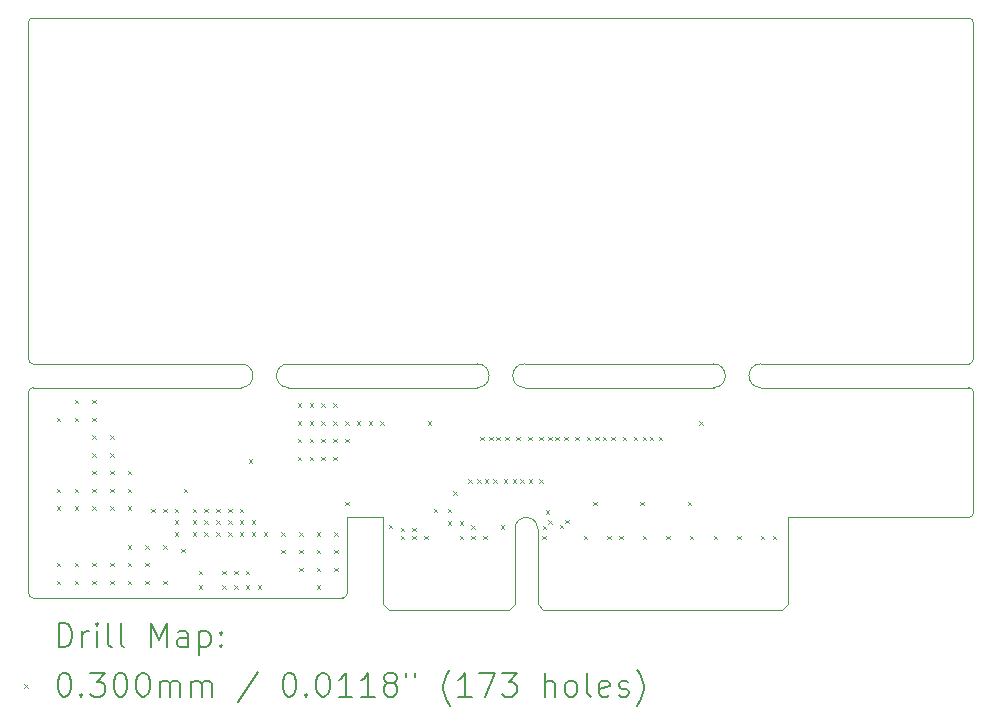
<source format=gbr>
%TF.GenerationSoftware,KiCad,Pcbnew,7.0.10*%
%TF.CreationDate,2024-02-13T00:03:24+00:00*%
%TF.ProjectId,WYSE_5070_Riser,57595345-5f35-4303-9730-5f5269736572,rev?*%
%TF.SameCoordinates,Original*%
%TF.FileFunction,Drillmap*%
%TF.FilePolarity,Positive*%
%FSLAX45Y45*%
G04 Gerber Fmt 4.5, Leading zero omitted, Abs format (unit mm)*
G04 Created by KiCad (PCBNEW 7.0.10) date 2024-02-13 00:03:24*
%MOMM*%
%LPD*%
G01*
G04 APERTURE LIST*
%ADD10C,0.100000*%
%ADD11C,0.200000*%
G04 APERTURE END LIST*
D10*
X14445000Y-4500000D02*
G75*
G03*
X14405000Y-4460000I-40000J0D01*
G01*
X14445000Y-4500000D02*
X14445000Y-5520000D01*
X6485000Y-4260000D02*
X8245000Y-4260000D01*
X6445000Y-6200000D02*
X6445000Y-4500000D01*
X12245000Y-4460000D02*
G75*
G03*
X12245000Y-4260000I0J100000D01*
G01*
X10645000Y-4460000D02*
X12245000Y-4460000D01*
X9145000Y-5560000D02*
X9145000Y-6200000D01*
X10645000Y-4260000D02*
X12245000Y-4260000D01*
X14405000Y-5560000D02*
G75*
G03*
X14445000Y-5520000I0J40000D01*
G01*
X12645000Y-4260000D02*
G75*
G03*
X12645000Y-4460000I0J-100000D01*
G01*
X12645000Y-4260000D02*
X14405000Y-4260000D01*
X14445000Y-1370000D02*
G75*
G03*
X14405000Y-1330000I-40000J0D01*
G01*
X6445000Y-6200000D02*
G75*
G03*
X6485000Y-6240000I40000J0D01*
G01*
X8245000Y-4460000D02*
G75*
G03*
X8245000Y-4260000I0J100000D01*
G01*
X6485000Y-1330000D02*
G75*
G03*
X6445000Y-1370000I0J-40000D01*
G01*
X14445000Y-4220000D02*
X14445000Y-1370000D01*
X6445000Y-4220000D02*
X6445000Y-1370000D01*
X8645000Y-4260000D02*
X10245000Y-4260000D01*
X12875000Y-5560000D02*
X14405000Y-5560000D01*
X12645000Y-4460000D02*
X14405000Y-4460000D01*
X14405000Y-4260000D02*
G75*
G03*
X14445000Y-4220000I0J40000D01*
G01*
X10245000Y-4460000D02*
G75*
G03*
X10245000Y-4260000I0J100000D01*
G01*
X8645000Y-4260000D02*
G75*
G03*
X8645000Y-4460000I0J-100000D01*
G01*
X6485000Y-4460000D02*
G75*
G03*
X6445000Y-4500000I0J-40000D01*
G01*
X9105000Y-6240000D02*
G75*
G03*
X9145000Y-6200000I0J40000D01*
G01*
X9445000Y-5560000D02*
X9145000Y-5560000D01*
X10645000Y-4260000D02*
G75*
G03*
X10645000Y-4460000I0J-100000D01*
G01*
X6485000Y-4460000D02*
X8245000Y-4460000D01*
X8645000Y-4460000D02*
X10245000Y-4460000D01*
X6445000Y-4220000D02*
G75*
G03*
X6485000Y-4260000I40000J0D01*
G01*
X9105000Y-6240000D02*
X6485000Y-6240000D01*
X14405000Y-1330000D02*
X6485000Y-1330000D01*
X9445000Y-5560000D02*
X9445000Y-6290000D01*
X9445000Y-6290000D02*
X9495000Y-6340000D01*
X9495000Y-6340000D02*
X10515000Y-6340000D01*
X10565000Y-5655000D02*
X10565000Y-6290000D01*
X10565000Y-6290000D02*
X10515000Y-6340000D01*
X10755000Y-5655000D02*
X10755000Y-6290000D01*
X10755000Y-6290000D02*
X10805000Y-6340000D01*
X10805000Y-6340000D02*
X12825000Y-6340000D01*
X12875000Y-5560000D02*
X12875000Y-6290000D01*
X12875000Y-6290000D02*
X12825000Y-6340000D01*
X10755000Y-5655000D02*
G75*
G03*
X10565000Y-5655000I-95000J0D01*
G01*
D11*
D10*
X6685000Y-4715000D02*
X6715000Y-4745000D01*
X6715000Y-4715000D02*
X6685000Y-4745000D01*
X6685000Y-5315000D02*
X6715000Y-5345000D01*
X6715000Y-5315000D02*
X6685000Y-5345000D01*
X6685000Y-5465000D02*
X6715000Y-5495000D01*
X6715000Y-5465000D02*
X6685000Y-5495000D01*
X6685000Y-5945000D02*
X6715000Y-5975000D01*
X6715000Y-5945000D02*
X6685000Y-5975000D01*
X6685000Y-6095000D02*
X6715000Y-6125000D01*
X6715000Y-6095000D02*
X6685000Y-6125000D01*
X6835000Y-4565000D02*
X6865000Y-4595000D01*
X6865000Y-4565000D02*
X6835000Y-4595000D01*
X6835000Y-4715000D02*
X6865000Y-4745000D01*
X6865000Y-4715000D02*
X6835000Y-4745000D01*
X6835000Y-5315000D02*
X6865000Y-5345000D01*
X6865000Y-5315000D02*
X6835000Y-5345000D01*
X6835000Y-5465000D02*
X6865000Y-5495000D01*
X6865000Y-5465000D02*
X6835000Y-5495000D01*
X6835000Y-5945000D02*
X6865000Y-5975000D01*
X6865000Y-5945000D02*
X6835000Y-5975000D01*
X6835000Y-6095000D02*
X6865000Y-6125000D01*
X6865000Y-6095000D02*
X6835000Y-6125000D01*
X6985000Y-4565000D02*
X7015000Y-4595000D01*
X7015000Y-4565000D02*
X6985000Y-4595000D01*
X6985000Y-4715000D02*
X7015000Y-4745000D01*
X7015000Y-4715000D02*
X6985000Y-4745000D01*
X6985000Y-4865000D02*
X7015000Y-4895000D01*
X7015000Y-4865000D02*
X6985000Y-4895000D01*
X6985000Y-5015000D02*
X7015000Y-5045000D01*
X7015000Y-5015000D02*
X6985000Y-5045000D01*
X6985000Y-5165000D02*
X7015000Y-5195000D01*
X7015000Y-5165000D02*
X6985000Y-5195000D01*
X6985000Y-5315000D02*
X7015000Y-5345000D01*
X7015000Y-5315000D02*
X6985000Y-5345000D01*
X6985000Y-5465000D02*
X7015000Y-5495000D01*
X7015000Y-5465000D02*
X6985000Y-5495000D01*
X6985000Y-5945000D02*
X7015000Y-5975000D01*
X7015000Y-5945000D02*
X6985000Y-5975000D01*
X6985000Y-6095000D02*
X7015000Y-6125000D01*
X7015000Y-6095000D02*
X6985000Y-6125000D01*
X7135000Y-4865000D02*
X7165000Y-4895000D01*
X7165000Y-4865000D02*
X7135000Y-4895000D01*
X7135000Y-5015000D02*
X7165000Y-5045000D01*
X7165000Y-5015000D02*
X7135000Y-5045000D01*
X7135000Y-5165000D02*
X7165000Y-5195000D01*
X7165000Y-5165000D02*
X7135000Y-5195000D01*
X7135000Y-5315000D02*
X7165000Y-5345000D01*
X7165000Y-5315000D02*
X7135000Y-5345000D01*
X7135000Y-5465000D02*
X7165000Y-5495000D01*
X7165000Y-5465000D02*
X7135000Y-5495000D01*
X7135000Y-5945000D02*
X7165000Y-5975000D01*
X7165000Y-5945000D02*
X7135000Y-5975000D01*
X7135000Y-6095000D02*
X7165000Y-6125000D01*
X7165000Y-6095000D02*
X7135000Y-6125000D01*
X7285000Y-5165000D02*
X7315000Y-5195000D01*
X7315000Y-5165000D02*
X7285000Y-5195000D01*
X7285000Y-5315000D02*
X7315000Y-5345000D01*
X7315000Y-5315000D02*
X7285000Y-5345000D01*
X7285000Y-5465000D02*
X7315000Y-5495000D01*
X7315000Y-5465000D02*
X7285000Y-5495000D01*
X7285000Y-5795000D02*
X7315000Y-5825000D01*
X7315000Y-5795000D02*
X7285000Y-5825000D01*
X7285000Y-5945000D02*
X7315000Y-5975000D01*
X7315000Y-5945000D02*
X7285000Y-5975000D01*
X7285000Y-6095000D02*
X7315000Y-6125000D01*
X7315000Y-6095000D02*
X7285000Y-6125000D01*
X7435000Y-5795000D02*
X7465000Y-5825000D01*
X7465000Y-5795000D02*
X7435000Y-5825000D01*
X7435000Y-5945000D02*
X7465000Y-5975000D01*
X7465000Y-5945000D02*
X7435000Y-5975000D01*
X7435000Y-6095000D02*
X7465000Y-6125000D01*
X7465000Y-6095000D02*
X7435000Y-6125000D01*
X7485000Y-5485000D02*
X7515000Y-5515000D01*
X7515000Y-5485000D02*
X7485000Y-5515000D01*
X7585000Y-5485000D02*
X7615000Y-5515000D01*
X7615000Y-5485000D02*
X7585000Y-5515000D01*
X7585000Y-5795000D02*
X7615000Y-5825000D01*
X7615000Y-5795000D02*
X7585000Y-5825000D01*
X7585000Y-6095000D02*
X7615000Y-6125000D01*
X7615000Y-6095000D02*
X7585000Y-6125000D01*
X7685000Y-5485000D02*
X7715000Y-5515000D01*
X7715000Y-5485000D02*
X7685000Y-5515000D01*
X7685000Y-5585000D02*
X7715000Y-5615000D01*
X7715000Y-5585000D02*
X7685000Y-5615000D01*
X7685000Y-5685000D02*
X7715000Y-5715000D01*
X7715000Y-5685000D02*
X7685000Y-5715000D01*
X7740000Y-5825000D02*
X7770000Y-5855000D01*
X7770000Y-5825000D02*
X7740000Y-5855000D01*
X7760000Y-5315000D02*
X7790000Y-5345000D01*
X7790000Y-5315000D02*
X7760000Y-5345000D01*
X7835000Y-5485000D02*
X7865000Y-5515000D01*
X7865000Y-5485000D02*
X7835000Y-5515000D01*
X7835000Y-5585000D02*
X7865000Y-5615000D01*
X7865000Y-5585000D02*
X7835000Y-5615000D01*
X7835000Y-5685000D02*
X7865000Y-5715000D01*
X7865000Y-5685000D02*
X7835000Y-5715000D01*
X7885000Y-6010000D02*
X7915000Y-6040000D01*
X7915000Y-6010000D02*
X7885000Y-6040000D01*
X7885000Y-6135000D02*
X7915000Y-6165000D01*
X7915000Y-6135000D02*
X7885000Y-6165000D01*
X7935000Y-5485000D02*
X7965000Y-5515000D01*
X7965000Y-5485000D02*
X7935000Y-5515000D01*
X7935000Y-5585000D02*
X7965000Y-5615000D01*
X7965000Y-5585000D02*
X7935000Y-5615000D01*
X7935000Y-5685000D02*
X7965000Y-5715000D01*
X7965000Y-5685000D02*
X7935000Y-5715000D01*
X8035000Y-5485000D02*
X8065000Y-5515000D01*
X8065000Y-5485000D02*
X8035000Y-5515000D01*
X8035000Y-5585000D02*
X8065000Y-5615000D01*
X8065000Y-5585000D02*
X8035000Y-5615000D01*
X8035000Y-5685000D02*
X8065000Y-5715000D01*
X8065000Y-5685000D02*
X8035000Y-5715000D01*
X8085000Y-6010000D02*
X8115000Y-6040000D01*
X8115000Y-6010000D02*
X8085000Y-6040000D01*
X8085000Y-6135000D02*
X8115000Y-6165000D01*
X8115000Y-6135000D02*
X8085000Y-6165000D01*
X8135000Y-5485000D02*
X8165000Y-5515000D01*
X8165000Y-5485000D02*
X8135000Y-5515000D01*
X8135000Y-5585000D02*
X8165000Y-5615000D01*
X8165000Y-5585000D02*
X8135000Y-5615000D01*
X8135000Y-5685000D02*
X8165000Y-5715000D01*
X8165000Y-5685000D02*
X8135000Y-5715000D01*
X8185000Y-6010000D02*
X8215000Y-6040000D01*
X8215000Y-6010000D02*
X8185000Y-6040000D01*
X8185000Y-6135000D02*
X8215000Y-6165000D01*
X8215000Y-6135000D02*
X8185000Y-6165000D01*
X8235000Y-5485000D02*
X8265000Y-5515000D01*
X8265000Y-5485000D02*
X8235000Y-5515000D01*
X8235000Y-5585000D02*
X8265000Y-5615000D01*
X8265000Y-5585000D02*
X8235000Y-5615000D01*
X8235000Y-5685000D02*
X8265000Y-5715000D01*
X8265000Y-5685000D02*
X8235000Y-5715000D01*
X8285000Y-6010000D02*
X8315000Y-6040000D01*
X8315000Y-6010000D02*
X8285000Y-6040000D01*
X8285000Y-6135000D02*
X8315000Y-6165000D01*
X8315000Y-6135000D02*
X8285000Y-6165000D01*
X8310000Y-5065000D02*
X8340000Y-5095000D01*
X8340000Y-5065000D02*
X8310000Y-5095000D01*
X8335000Y-5585000D02*
X8365000Y-5615000D01*
X8365000Y-5585000D02*
X8335000Y-5615000D01*
X8335000Y-5685000D02*
X8365000Y-5715000D01*
X8365000Y-5685000D02*
X8335000Y-5715000D01*
X8385000Y-6135000D02*
X8415000Y-6165000D01*
X8415000Y-6135000D02*
X8385000Y-6165000D01*
X8435000Y-5685000D02*
X8465000Y-5715000D01*
X8465000Y-5685000D02*
X8435000Y-5715000D01*
X8585000Y-5685000D02*
X8615000Y-5715000D01*
X8615000Y-5685000D02*
X8585000Y-5715000D01*
X8585000Y-5835000D02*
X8615000Y-5865000D01*
X8615000Y-5835000D02*
X8585000Y-5865000D01*
X8725000Y-4595000D02*
X8755000Y-4625000D01*
X8755000Y-4595000D02*
X8725000Y-4625000D01*
X8725000Y-4745000D02*
X8755000Y-4775000D01*
X8755000Y-4745000D02*
X8725000Y-4775000D01*
X8725000Y-4895000D02*
X8755000Y-4925000D01*
X8755000Y-4895000D02*
X8725000Y-4925000D01*
X8725000Y-5045000D02*
X8755000Y-5075000D01*
X8755000Y-5045000D02*
X8725000Y-5075000D01*
X8735000Y-5685000D02*
X8765000Y-5715000D01*
X8765000Y-5685000D02*
X8735000Y-5715000D01*
X8735000Y-5835000D02*
X8765000Y-5865000D01*
X8765000Y-5835000D02*
X8735000Y-5865000D01*
X8735000Y-5985000D02*
X8765000Y-6015000D01*
X8765000Y-5985000D02*
X8735000Y-6015000D01*
X8825000Y-4595000D02*
X8855000Y-4625000D01*
X8855000Y-4595000D02*
X8825000Y-4625000D01*
X8825000Y-4745000D02*
X8855000Y-4775000D01*
X8855000Y-4745000D02*
X8825000Y-4775000D01*
X8825000Y-4895000D02*
X8855000Y-4925000D01*
X8855000Y-4895000D02*
X8825000Y-4925000D01*
X8825000Y-5045000D02*
X8855000Y-5075000D01*
X8855000Y-5045000D02*
X8825000Y-5075000D01*
X8885000Y-5685000D02*
X8915000Y-5715000D01*
X8915000Y-5685000D02*
X8885000Y-5715000D01*
X8885000Y-5835000D02*
X8915000Y-5865000D01*
X8915000Y-5835000D02*
X8885000Y-5865000D01*
X8885000Y-5985000D02*
X8915000Y-6015000D01*
X8915000Y-5985000D02*
X8885000Y-6015000D01*
X8885000Y-6135000D02*
X8915000Y-6165000D01*
X8915000Y-6135000D02*
X8885000Y-6165000D01*
X8925000Y-4595000D02*
X8955000Y-4625000D01*
X8955000Y-4595000D02*
X8925000Y-4625000D01*
X8925000Y-4745000D02*
X8955000Y-4775000D01*
X8955000Y-4745000D02*
X8925000Y-4775000D01*
X8925000Y-4895000D02*
X8955000Y-4925000D01*
X8955000Y-4895000D02*
X8925000Y-4925000D01*
X8925000Y-5045000D02*
X8955000Y-5075000D01*
X8955000Y-5045000D02*
X8925000Y-5075000D01*
X9025000Y-4595000D02*
X9055000Y-4625000D01*
X9055000Y-4595000D02*
X9025000Y-4625000D01*
X9025000Y-4745000D02*
X9055000Y-4775000D01*
X9055000Y-4745000D02*
X9025000Y-4775000D01*
X9025000Y-4895000D02*
X9055000Y-4925000D01*
X9055000Y-4895000D02*
X9025000Y-4925000D01*
X9025000Y-5045000D02*
X9055000Y-5075000D01*
X9055000Y-5045000D02*
X9025000Y-5075000D01*
X9035000Y-5685000D02*
X9065000Y-5715000D01*
X9065000Y-5685000D02*
X9035000Y-5715000D01*
X9035000Y-5835000D02*
X9065000Y-5865000D01*
X9065000Y-5835000D02*
X9035000Y-5865000D01*
X9035000Y-5985000D02*
X9065000Y-6015000D01*
X9065000Y-5985000D02*
X9035000Y-6015000D01*
X9125000Y-4745000D02*
X9155000Y-4775000D01*
X9155000Y-4745000D02*
X9125000Y-4775000D01*
X9125000Y-4895000D02*
X9155000Y-4925000D01*
X9155000Y-4895000D02*
X9125000Y-4925000D01*
X9125000Y-5425000D02*
X9155000Y-5455000D01*
X9155000Y-5425000D02*
X9125000Y-5455000D01*
X9225000Y-4745000D02*
X9255000Y-4775000D01*
X9255000Y-4745000D02*
X9225000Y-4775000D01*
X9325000Y-4745000D02*
X9355000Y-4775000D01*
X9355000Y-4745000D02*
X9325000Y-4775000D01*
X9425000Y-4745000D02*
X9455000Y-4775000D01*
X9455000Y-4745000D02*
X9425000Y-4775000D01*
X9495000Y-5620000D02*
X9525000Y-5650000D01*
X9525000Y-5620000D02*
X9495000Y-5650000D01*
X9595000Y-5645000D02*
X9625000Y-5675000D01*
X9625000Y-5645000D02*
X9595000Y-5675000D01*
X9595000Y-5715000D02*
X9625000Y-5745000D01*
X9625000Y-5715000D02*
X9595000Y-5745000D01*
X9695000Y-5645000D02*
X9725000Y-5675000D01*
X9725000Y-5645000D02*
X9695000Y-5675000D01*
X9695000Y-5715000D02*
X9725000Y-5745000D01*
X9725000Y-5715000D02*
X9695000Y-5745000D01*
X9795000Y-5715000D02*
X9825000Y-5745000D01*
X9825000Y-5715000D02*
X9795000Y-5745000D01*
X9825000Y-4745000D02*
X9855000Y-4775000D01*
X9855000Y-4745000D02*
X9825000Y-4775000D01*
X9875000Y-5485000D02*
X9905000Y-5515000D01*
X9905000Y-5485000D02*
X9875000Y-5515000D01*
X9995000Y-5485000D02*
X10025000Y-5515000D01*
X10025000Y-5485000D02*
X9995000Y-5515000D01*
X9995000Y-5590000D02*
X10025000Y-5620000D01*
X10025000Y-5590000D02*
X9995000Y-5620000D01*
X10040000Y-5340000D02*
X10070000Y-5370000D01*
X10070000Y-5340000D02*
X10040000Y-5370000D01*
X10095000Y-5590000D02*
X10125000Y-5620000D01*
X10125000Y-5590000D02*
X10095000Y-5620000D01*
X10095000Y-5715000D02*
X10125000Y-5745000D01*
X10125000Y-5715000D02*
X10095000Y-5745000D01*
X10170000Y-5235000D02*
X10200000Y-5265000D01*
X10200000Y-5235000D02*
X10170000Y-5265000D01*
X10195000Y-5625000D02*
X10225000Y-5655000D01*
X10225000Y-5625000D02*
X10195000Y-5655000D01*
X10195000Y-5715000D02*
X10225000Y-5745000D01*
X10225000Y-5715000D02*
X10195000Y-5745000D01*
X10243650Y-5235000D02*
X10273650Y-5265000D01*
X10273650Y-5235000D02*
X10243650Y-5265000D01*
X10270000Y-4875000D02*
X10300000Y-4905000D01*
X10300000Y-4875000D02*
X10270000Y-4905000D01*
X10295000Y-5715000D02*
X10325000Y-5745000D01*
X10325000Y-5715000D02*
X10295000Y-5745000D01*
X10306350Y-5235000D02*
X10336350Y-5265000D01*
X10336350Y-5235000D02*
X10306350Y-5265000D01*
X10343650Y-4875000D02*
X10373650Y-4905000D01*
X10373650Y-4875000D02*
X10343650Y-4905000D01*
X10380000Y-5235000D02*
X10410000Y-5265000D01*
X10410000Y-5235000D02*
X10380000Y-5265000D01*
X10406350Y-4875000D02*
X10436350Y-4905000D01*
X10436350Y-4875000D02*
X10406350Y-4905000D01*
X10445000Y-5625000D02*
X10475000Y-5655000D01*
X10475000Y-5625000D02*
X10445000Y-5655000D01*
X10470000Y-5235000D02*
X10500000Y-5265000D01*
X10500000Y-5235000D02*
X10470000Y-5265000D01*
X10480000Y-4875000D02*
X10510000Y-4905000D01*
X10510000Y-4875000D02*
X10480000Y-4905000D01*
X10543650Y-5235000D02*
X10573650Y-5265000D01*
X10573650Y-5235000D02*
X10543650Y-5265000D01*
X10575000Y-4875000D02*
X10605000Y-4905000D01*
X10605000Y-4875000D02*
X10575000Y-4905000D01*
X10606350Y-5235000D02*
X10636350Y-5265000D01*
X10636350Y-5235000D02*
X10606350Y-5265000D01*
X10675000Y-4875000D02*
X10705000Y-4905000D01*
X10705000Y-4875000D02*
X10675000Y-4905000D01*
X10680000Y-5235000D02*
X10710000Y-5265000D01*
X10710000Y-5235000D02*
X10680000Y-5265000D01*
X10770000Y-4875000D02*
X10800000Y-4905000D01*
X10800000Y-4875000D02*
X10770000Y-4905000D01*
X10770000Y-5235000D02*
X10800000Y-5265000D01*
X10800000Y-5235000D02*
X10770000Y-5265000D01*
X10795000Y-5715000D02*
X10825000Y-5745000D01*
X10825000Y-5715000D02*
X10795000Y-5745000D01*
X10798998Y-5628333D02*
X10828998Y-5658333D01*
X10828998Y-5628333D02*
X10798998Y-5658333D01*
X10825000Y-5500000D02*
X10855000Y-5530000D01*
X10855000Y-5500000D02*
X10825000Y-5530000D01*
X10843333Y-5583998D02*
X10873333Y-5613998D01*
X10873333Y-5583998D02*
X10843333Y-5613998D01*
X10843650Y-4875000D02*
X10873650Y-4905000D01*
X10873650Y-4875000D02*
X10843650Y-4905000D01*
X10906350Y-4875000D02*
X10936350Y-4905000D01*
X10936350Y-4875000D02*
X10906350Y-4905000D01*
X10942832Y-5622168D02*
X10972832Y-5652168D01*
X10972832Y-5622168D02*
X10942832Y-5652168D01*
X10980000Y-4875000D02*
X11010000Y-4905000D01*
X11010000Y-4875000D02*
X10980000Y-4905000D01*
X10987168Y-5577832D02*
X11017168Y-5607832D01*
X11017168Y-5577832D02*
X10987168Y-5607832D01*
X11075000Y-4875000D02*
X11105000Y-4905000D01*
X11105000Y-4875000D02*
X11075000Y-4905000D01*
X11145000Y-5715000D02*
X11175000Y-5745000D01*
X11175000Y-5715000D02*
X11145000Y-5745000D01*
X11170000Y-4875000D02*
X11200000Y-4905000D01*
X11200000Y-4875000D02*
X11170000Y-4905000D01*
X11225000Y-5425000D02*
X11255000Y-5455000D01*
X11255000Y-5425000D02*
X11225000Y-5455000D01*
X11243650Y-4875548D02*
X11273650Y-4905548D01*
X11273650Y-4875548D02*
X11243650Y-4905548D01*
X11306350Y-4875548D02*
X11336350Y-4905548D01*
X11336350Y-4875548D02*
X11306350Y-4905548D01*
X11345000Y-5715000D02*
X11375000Y-5745000D01*
X11375000Y-5715000D02*
X11345000Y-5745000D01*
X11380000Y-4875000D02*
X11410000Y-4905000D01*
X11410000Y-4875000D02*
X11380000Y-4905000D01*
X11445000Y-5715000D02*
X11475000Y-5745000D01*
X11475000Y-5715000D02*
X11445000Y-5745000D01*
X11475000Y-4875000D02*
X11505000Y-4905000D01*
X11505000Y-4875000D02*
X11475000Y-4905000D01*
X11570000Y-4875000D02*
X11600000Y-4905000D01*
X11600000Y-4875000D02*
X11570000Y-4905000D01*
X11625000Y-5425000D02*
X11655000Y-5455000D01*
X11655000Y-5425000D02*
X11625000Y-5455000D01*
X11643650Y-4875000D02*
X11673650Y-4905000D01*
X11673650Y-4875000D02*
X11643650Y-4905000D01*
X11645000Y-5715000D02*
X11675000Y-5745000D01*
X11675000Y-5715000D02*
X11645000Y-5745000D01*
X11706350Y-4875000D02*
X11736350Y-4905000D01*
X11736350Y-4875000D02*
X11706350Y-4905000D01*
X11780000Y-4875000D02*
X11810000Y-4905000D01*
X11810000Y-4875000D02*
X11780000Y-4905000D01*
X11845000Y-5715000D02*
X11875000Y-5745000D01*
X11875000Y-5715000D02*
X11845000Y-5745000D01*
X12025000Y-5425000D02*
X12055000Y-5455000D01*
X12055000Y-5425000D02*
X12025000Y-5455000D01*
X12045000Y-5715000D02*
X12075000Y-5745000D01*
X12075000Y-5715000D02*
X12045000Y-5745000D01*
X12125000Y-4745000D02*
X12155000Y-4775000D01*
X12155000Y-4745000D02*
X12125000Y-4775000D01*
X12245000Y-5715000D02*
X12275000Y-5745000D01*
X12275000Y-5715000D02*
X12245000Y-5745000D01*
X12445000Y-5715000D02*
X12475000Y-5745000D01*
X12475000Y-5715000D02*
X12445000Y-5745000D01*
X12645000Y-5715000D02*
X12675000Y-5745000D01*
X12675000Y-5715000D02*
X12645000Y-5745000D01*
X12745000Y-5715000D02*
X12775000Y-5745000D01*
X12775000Y-5715000D02*
X12745000Y-5745000D01*
D11*
X6700777Y-6656484D02*
X6700777Y-6456484D01*
X6700777Y-6456484D02*
X6748396Y-6456484D01*
X6748396Y-6456484D02*
X6776967Y-6466008D01*
X6776967Y-6466008D02*
X6796015Y-6485055D01*
X6796015Y-6485055D02*
X6805539Y-6504103D01*
X6805539Y-6504103D02*
X6815062Y-6542198D01*
X6815062Y-6542198D02*
X6815062Y-6570769D01*
X6815062Y-6570769D02*
X6805539Y-6608865D01*
X6805539Y-6608865D02*
X6796015Y-6627912D01*
X6796015Y-6627912D02*
X6776967Y-6646960D01*
X6776967Y-6646960D02*
X6748396Y-6656484D01*
X6748396Y-6656484D02*
X6700777Y-6656484D01*
X6900777Y-6656484D02*
X6900777Y-6523150D01*
X6900777Y-6561246D02*
X6910301Y-6542198D01*
X6910301Y-6542198D02*
X6919824Y-6532674D01*
X6919824Y-6532674D02*
X6938872Y-6523150D01*
X6938872Y-6523150D02*
X6957920Y-6523150D01*
X7024586Y-6656484D02*
X7024586Y-6523150D01*
X7024586Y-6456484D02*
X7015062Y-6466008D01*
X7015062Y-6466008D02*
X7024586Y-6475531D01*
X7024586Y-6475531D02*
X7034110Y-6466008D01*
X7034110Y-6466008D02*
X7024586Y-6456484D01*
X7024586Y-6456484D02*
X7024586Y-6475531D01*
X7148396Y-6656484D02*
X7129348Y-6646960D01*
X7129348Y-6646960D02*
X7119824Y-6627912D01*
X7119824Y-6627912D02*
X7119824Y-6456484D01*
X7253158Y-6656484D02*
X7234110Y-6646960D01*
X7234110Y-6646960D02*
X7224586Y-6627912D01*
X7224586Y-6627912D02*
X7224586Y-6456484D01*
X7481729Y-6656484D02*
X7481729Y-6456484D01*
X7481729Y-6456484D02*
X7548396Y-6599341D01*
X7548396Y-6599341D02*
X7615062Y-6456484D01*
X7615062Y-6456484D02*
X7615062Y-6656484D01*
X7796015Y-6656484D02*
X7796015Y-6551722D01*
X7796015Y-6551722D02*
X7786491Y-6532674D01*
X7786491Y-6532674D02*
X7767443Y-6523150D01*
X7767443Y-6523150D02*
X7729348Y-6523150D01*
X7729348Y-6523150D02*
X7710301Y-6532674D01*
X7796015Y-6646960D02*
X7776967Y-6656484D01*
X7776967Y-6656484D02*
X7729348Y-6656484D01*
X7729348Y-6656484D02*
X7710301Y-6646960D01*
X7710301Y-6646960D02*
X7700777Y-6627912D01*
X7700777Y-6627912D02*
X7700777Y-6608865D01*
X7700777Y-6608865D02*
X7710301Y-6589817D01*
X7710301Y-6589817D02*
X7729348Y-6580293D01*
X7729348Y-6580293D02*
X7776967Y-6580293D01*
X7776967Y-6580293D02*
X7796015Y-6570769D01*
X7891253Y-6523150D02*
X7891253Y-6723150D01*
X7891253Y-6532674D02*
X7910301Y-6523150D01*
X7910301Y-6523150D02*
X7948396Y-6523150D01*
X7948396Y-6523150D02*
X7967443Y-6532674D01*
X7967443Y-6532674D02*
X7976967Y-6542198D01*
X7976967Y-6542198D02*
X7986491Y-6561246D01*
X7986491Y-6561246D02*
X7986491Y-6618388D01*
X7986491Y-6618388D02*
X7976967Y-6637436D01*
X7976967Y-6637436D02*
X7967443Y-6646960D01*
X7967443Y-6646960D02*
X7948396Y-6656484D01*
X7948396Y-6656484D02*
X7910301Y-6656484D01*
X7910301Y-6656484D02*
X7891253Y-6646960D01*
X8072205Y-6637436D02*
X8081729Y-6646960D01*
X8081729Y-6646960D02*
X8072205Y-6656484D01*
X8072205Y-6656484D02*
X8062682Y-6646960D01*
X8062682Y-6646960D02*
X8072205Y-6637436D01*
X8072205Y-6637436D02*
X8072205Y-6656484D01*
X8072205Y-6532674D02*
X8081729Y-6542198D01*
X8081729Y-6542198D02*
X8072205Y-6551722D01*
X8072205Y-6551722D02*
X8062682Y-6542198D01*
X8062682Y-6542198D02*
X8072205Y-6532674D01*
X8072205Y-6532674D02*
X8072205Y-6551722D01*
D10*
X6410000Y-6970000D02*
X6440000Y-7000000D01*
X6440000Y-6970000D02*
X6410000Y-7000000D01*
D11*
X6738872Y-6876484D02*
X6757920Y-6876484D01*
X6757920Y-6876484D02*
X6776967Y-6886008D01*
X6776967Y-6886008D02*
X6786491Y-6895531D01*
X6786491Y-6895531D02*
X6796015Y-6914579D01*
X6796015Y-6914579D02*
X6805539Y-6952674D01*
X6805539Y-6952674D02*
X6805539Y-7000293D01*
X6805539Y-7000293D02*
X6796015Y-7038388D01*
X6796015Y-7038388D02*
X6786491Y-7057436D01*
X6786491Y-7057436D02*
X6776967Y-7066960D01*
X6776967Y-7066960D02*
X6757920Y-7076484D01*
X6757920Y-7076484D02*
X6738872Y-7076484D01*
X6738872Y-7076484D02*
X6719824Y-7066960D01*
X6719824Y-7066960D02*
X6710301Y-7057436D01*
X6710301Y-7057436D02*
X6700777Y-7038388D01*
X6700777Y-7038388D02*
X6691253Y-7000293D01*
X6691253Y-7000293D02*
X6691253Y-6952674D01*
X6691253Y-6952674D02*
X6700777Y-6914579D01*
X6700777Y-6914579D02*
X6710301Y-6895531D01*
X6710301Y-6895531D02*
X6719824Y-6886008D01*
X6719824Y-6886008D02*
X6738872Y-6876484D01*
X6891253Y-7057436D02*
X6900777Y-7066960D01*
X6900777Y-7066960D02*
X6891253Y-7076484D01*
X6891253Y-7076484D02*
X6881729Y-7066960D01*
X6881729Y-7066960D02*
X6891253Y-7057436D01*
X6891253Y-7057436D02*
X6891253Y-7076484D01*
X6967443Y-6876484D02*
X7091253Y-6876484D01*
X7091253Y-6876484D02*
X7024586Y-6952674D01*
X7024586Y-6952674D02*
X7053158Y-6952674D01*
X7053158Y-6952674D02*
X7072205Y-6962198D01*
X7072205Y-6962198D02*
X7081729Y-6971722D01*
X7081729Y-6971722D02*
X7091253Y-6990769D01*
X7091253Y-6990769D02*
X7091253Y-7038388D01*
X7091253Y-7038388D02*
X7081729Y-7057436D01*
X7081729Y-7057436D02*
X7072205Y-7066960D01*
X7072205Y-7066960D02*
X7053158Y-7076484D01*
X7053158Y-7076484D02*
X6996015Y-7076484D01*
X6996015Y-7076484D02*
X6976967Y-7066960D01*
X6976967Y-7066960D02*
X6967443Y-7057436D01*
X7215062Y-6876484D02*
X7234110Y-6876484D01*
X7234110Y-6876484D02*
X7253158Y-6886008D01*
X7253158Y-6886008D02*
X7262682Y-6895531D01*
X7262682Y-6895531D02*
X7272205Y-6914579D01*
X7272205Y-6914579D02*
X7281729Y-6952674D01*
X7281729Y-6952674D02*
X7281729Y-7000293D01*
X7281729Y-7000293D02*
X7272205Y-7038388D01*
X7272205Y-7038388D02*
X7262682Y-7057436D01*
X7262682Y-7057436D02*
X7253158Y-7066960D01*
X7253158Y-7066960D02*
X7234110Y-7076484D01*
X7234110Y-7076484D02*
X7215062Y-7076484D01*
X7215062Y-7076484D02*
X7196015Y-7066960D01*
X7196015Y-7066960D02*
X7186491Y-7057436D01*
X7186491Y-7057436D02*
X7176967Y-7038388D01*
X7176967Y-7038388D02*
X7167443Y-7000293D01*
X7167443Y-7000293D02*
X7167443Y-6952674D01*
X7167443Y-6952674D02*
X7176967Y-6914579D01*
X7176967Y-6914579D02*
X7186491Y-6895531D01*
X7186491Y-6895531D02*
X7196015Y-6886008D01*
X7196015Y-6886008D02*
X7215062Y-6876484D01*
X7405539Y-6876484D02*
X7424586Y-6876484D01*
X7424586Y-6876484D02*
X7443634Y-6886008D01*
X7443634Y-6886008D02*
X7453158Y-6895531D01*
X7453158Y-6895531D02*
X7462682Y-6914579D01*
X7462682Y-6914579D02*
X7472205Y-6952674D01*
X7472205Y-6952674D02*
X7472205Y-7000293D01*
X7472205Y-7000293D02*
X7462682Y-7038388D01*
X7462682Y-7038388D02*
X7453158Y-7057436D01*
X7453158Y-7057436D02*
X7443634Y-7066960D01*
X7443634Y-7066960D02*
X7424586Y-7076484D01*
X7424586Y-7076484D02*
X7405539Y-7076484D01*
X7405539Y-7076484D02*
X7386491Y-7066960D01*
X7386491Y-7066960D02*
X7376967Y-7057436D01*
X7376967Y-7057436D02*
X7367443Y-7038388D01*
X7367443Y-7038388D02*
X7357920Y-7000293D01*
X7357920Y-7000293D02*
X7357920Y-6952674D01*
X7357920Y-6952674D02*
X7367443Y-6914579D01*
X7367443Y-6914579D02*
X7376967Y-6895531D01*
X7376967Y-6895531D02*
X7386491Y-6886008D01*
X7386491Y-6886008D02*
X7405539Y-6876484D01*
X7557920Y-7076484D02*
X7557920Y-6943150D01*
X7557920Y-6962198D02*
X7567443Y-6952674D01*
X7567443Y-6952674D02*
X7586491Y-6943150D01*
X7586491Y-6943150D02*
X7615063Y-6943150D01*
X7615063Y-6943150D02*
X7634110Y-6952674D01*
X7634110Y-6952674D02*
X7643634Y-6971722D01*
X7643634Y-6971722D02*
X7643634Y-7076484D01*
X7643634Y-6971722D02*
X7653158Y-6952674D01*
X7653158Y-6952674D02*
X7672205Y-6943150D01*
X7672205Y-6943150D02*
X7700777Y-6943150D01*
X7700777Y-6943150D02*
X7719824Y-6952674D01*
X7719824Y-6952674D02*
X7729348Y-6971722D01*
X7729348Y-6971722D02*
X7729348Y-7076484D01*
X7824586Y-7076484D02*
X7824586Y-6943150D01*
X7824586Y-6962198D02*
X7834110Y-6952674D01*
X7834110Y-6952674D02*
X7853158Y-6943150D01*
X7853158Y-6943150D02*
X7881729Y-6943150D01*
X7881729Y-6943150D02*
X7900777Y-6952674D01*
X7900777Y-6952674D02*
X7910301Y-6971722D01*
X7910301Y-6971722D02*
X7910301Y-7076484D01*
X7910301Y-6971722D02*
X7919824Y-6952674D01*
X7919824Y-6952674D02*
X7938872Y-6943150D01*
X7938872Y-6943150D02*
X7967443Y-6943150D01*
X7967443Y-6943150D02*
X7986491Y-6952674D01*
X7986491Y-6952674D02*
X7996015Y-6971722D01*
X7996015Y-6971722D02*
X7996015Y-7076484D01*
X8386491Y-6866960D02*
X8215063Y-7124103D01*
X8643634Y-6876484D02*
X8662682Y-6876484D01*
X8662682Y-6876484D02*
X8681729Y-6886008D01*
X8681729Y-6886008D02*
X8691253Y-6895531D01*
X8691253Y-6895531D02*
X8700777Y-6914579D01*
X8700777Y-6914579D02*
X8710301Y-6952674D01*
X8710301Y-6952674D02*
X8710301Y-7000293D01*
X8710301Y-7000293D02*
X8700777Y-7038388D01*
X8700777Y-7038388D02*
X8691253Y-7057436D01*
X8691253Y-7057436D02*
X8681729Y-7066960D01*
X8681729Y-7066960D02*
X8662682Y-7076484D01*
X8662682Y-7076484D02*
X8643634Y-7076484D01*
X8643634Y-7076484D02*
X8624587Y-7066960D01*
X8624587Y-7066960D02*
X8615063Y-7057436D01*
X8615063Y-7057436D02*
X8605539Y-7038388D01*
X8605539Y-7038388D02*
X8596015Y-7000293D01*
X8596015Y-7000293D02*
X8596015Y-6952674D01*
X8596015Y-6952674D02*
X8605539Y-6914579D01*
X8605539Y-6914579D02*
X8615063Y-6895531D01*
X8615063Y-6895531D02*
X8624587Y-6886008D01*
X8624587Y-6886008D02*
X8643634Y-6876484D01*
X8796015Y-7057436D02*
X8805539Y-7066960D01*
X8805539Y-7066960D02*
X8796015Y-7076484D01*
X8796015Y-7076484D02*
X8786491Y-7066960D01*
X8786491Y-7066960D02*
X8796015Y-7057436D01*
X8796015Y-7057436D02*
X8796015Y-7076484D01*
X8929348Y-6876484D02*
X8948396Y-6876484D01*
X8948396Y-6876484D02*
X8967444Y-6886008D01*
X8967444Y-6886008D02*
X8976968Y-6895531D01*
X8976968Y-6895531D02*
X8986491Y-6914579D01*
X8986491Y-6914579D02*
X8996015Y-6952674D01*
X8996015Y-6952674D02*
X8996015Y-7000293D01*
X8996015Y-7000293D02*
X8986491Y-7038388D01*
X8986491Y-7038388D02*
X8976968Y-7057436D01*
X8976968Y-7057436D02*
X8967444Y-7066960D01*
X8967444Y-7066960D02*
X8948396Y-7076484D01*
X8948396Y-7076484D02*
X8929348Y-7076484D01*
X8929348Y-7076484D02*
X8910301Y-7066960D01*
X8910301Y-7066960D02*
X8900777Y-7057436D01*
X8900777Y-7057436D02*
X8891253Y-7038388D01*
X8891253Y-7038388D02*
X8881729Y-7000293D01*
X8881729Y-7000293D02*
X8881729Y-6952674D01*
X8881729Y-6952674D02*
X8891253Y-6914579D01*
X8891253Y-6914579D02*
X8900777Y-6895531D01*
X8900777Y-6895531D02*
X8910301Y-6886008D01*
X8910301Y-6886008D02*
X8929348Y-6876484D01*
X9186491Y-7076484D02*
X9072206Y-7076484D01*
X9129348Y-7076484D02*
X9129348Y-6876484D01*
X9129348Y-6876484D02*
X9110301Y-6905055D01*
X9110301Y-6905055D02*
X9091253Y-6924103D01*
X9091253Y-6924103D02*
X9072206Y-6933627D01*
X9376968Y-7076484D02*
X9262682Y-7076484D01*
X9319825Y-7076484D02*
X9319825Y-6876484D01*
X9319825Y-6876484D02*
X9300777Y-6905055D01*
X9300777Y-6905055D02*
X9281729Y-6924103D01*
X9281729Y-6924103D02*
X9262682Y-6933627D01*
X9491253Y-6962198D02*
X9472206Y-6952674D01*
X9472206Y-6952674D02*
X9462682Y-6943150D01*
X9462682Y-6943150D02*
X9453158Y-6924103D01*
X9453158Y-6924103D02*
X9453158Y-6914579D01*
X9453158Y-6914579D02*
X9462682Y-6895531D01*
X9462682Y-6895531D02*
X9472206Y-6886008D01*
X9472206Y-6886008D02*
X9491253Y-6876484D01*
X9491253Y-6876484D02*
X9529349Y-6876484D01*
X9529349Y-6876484D02*
X9548396Y-6886008D01*
X9548396Y-6886008D02*
X9557920Y-6895531D01*
X9557920Y-6895531D02*
X9567444Y-6914579D01*
X9567444Y-6914579D02*
X9567444Y-6924103D01*
X9567444Y-6924103D02*
X9557920Y-6943150D01*
X9557920Y-6943150D02*
X9548396Y-6952674D01*
X9548396Y-6952674D02*
X9529349Y-6962198D01*
X9529349Y-6962198D02*
X9491253Y-6962198D01*
X9491253Y-6962198D02*
X9472206Y-6971722D01*
X9472206Y-6971722D02*
X9462682Y-6981246D01*
X9462682Y-6981246D02*
X9453158Y-7000293D01*
X9453158Y-7000293D02*
X9453158Y-7038388D01*
X9453158Y-7038388D02*
X9462682Y-7057436D01*
X9462682Y-7057436D02*
X9472206Y-7066960D01*
X9472206Y-7066960D02*
X9491253Y-7076484D01*
X9491253Y-7076484D02*
X9529349Y-7076484D01*
X9529349Y-7076484D02*
X9548396Y-7066960D01*
X9548396Y-7066960D02*
X9557920Y-7057436D01*
X9557920Y-7057436D02*
X9567444Y-7038388D01*
X9567444Y-7038388D02*
X9567444Y-7000293D01*
X9567444Y-7000293D02*
X9557920Y-6981246D01*
X9557920Y-6981246D02*
X9548396Y-6971722D01*
X9548396Y-6971722D02*
X9529349Y-6962198D01*
X9643634Y-6876484D02*
X9643634Y-6914579D01*
X9719825Y-6876484D02*
X9719825Y-6914579D01*
X10015063Y-7152674D02*
X10005539Y-7143150D01*
X10005539Y-7143150D02*
X9986491Y-7114579D01*
X9986491Y-7114579D02*
X9976968Y-7095531D01*
X9976968Y-7095531D02*
X9967444Y-7066960D01*
X9967444Y-7066960D02*
X9957920Y-7019341D01*
X9957920Y-7019341D02*
X9957920Y-6981246D01*
X9957920Y-6981246D02*
X9967444Y-6933627D01*
X9967444Y-6933627D02*
X9976968Y-6905055D01*
X9976968Y-6905055D02*
X9986491Y-6886008D01*
X9986491Y-6886008D02*
X10005539Y-6857436D01*
X10005539Y-6857436D02*
X10015063Y-6847912D01*
X10196015Y-7076484D02*
X10081730Y-7076484D01*
X10138872Y-7076484D02*
X10138872Y-6876484D01*
X10138872Y-6876484D02*
X10119825Y-6905055D01*
X10119825Y-6905055D02*
X10100777Y-6924103D01*
X10100777Y-6924103D02*
X10081730Y-6933627D01*
X10262682Y-6876484D02*
X10396015Y-6876484D01*
X10396015Y-6876484D02*
X10310301Y-7076484D01*
X10453158Y-6876484D02*
X10576968Y-6876484D01*
X10576968Y-6876484D02*
X10510301Y-6952674D01*
X10510301Y-6952674D02*
X10538872Y-6952674D01*
X10538872Y-6952674D02*
X10557920Y-6962198D01*
X10557920Y-6962198D02*
X10567444Y-6971722D01*
X10567444Y-6971722D02*
X10576968Y-6990769D01*
X10576968Y-6990769D02*
X10576968Y-7038388D01*
X10576968Y-7038388D02*
X10567444Y-7057436D01*
X10567444Y-7057436D02*
X10557920Y-7066960D01*
X10557920Y-7066960D02*
X10538872Y-7076484D01*
X10538872Y-7076484D02*
X10481730Y-7076484D01*
X10481730Y-7076484D02*
X10462682Y-7066960D01*
X10462682Y-7066960D02*
X10453158Y-7057436D01*
X10815063Y-7076484D02*
X10815063Y-6876484D01*
X10900777Y-7076484D02*
X10900777Y-6971722D01*
X10900777Y-6971722D02*
X10891253Y-6952674D01*
X10891253Y-6952674D02*
X10872206Y-6943150D01*
X10872206Y-6943150D02*
X10843634Y-6943150D01*
X10843634Y-6943150D02*
X10824587Y-6952674D01*
X10824587Y-6952674D02*
X10815063Y-6962198D01*
X11024587Y-7076484D02*
X11005539Y-7066960D01*
X11005539Y-7066960D02*
X10996015Y-7057436D01*
X10996015Y-7057436D02*
X10986492Y-7038388D01*
X10986492Y-7038388D02*
X10986492Y-6981246D01*
X10986492Y-6981246D02*
X10996015Y-6962198D01*
X10996015Y-6962198D02*
X11005539Y-6952674D01*
X11005539Y-6952674D02*
X11024587Y-6943150D01*
X11024587Y-6943150D02*
X11053158Y-6943150D01*
X11053158Y-6943150D02*
X11072206Y-6952674D01*
X11072206Y-6952674D02*
X11081730Y-6962198D01*
X11081730Y-6962198D02*
X11091253Y-6981246D01*
X11091253Y-6981246D02*
X11091253Y-7038388D01*
X11091253Y-7038388D02*
X11081730Y-7057436D01*
X11081730Y-7057436D02*
X11072206Y-7066960D01*
X11072206Y-7066960D02*
X11053158Y-7076484D01*
X11053158Y-7076484D02*
X11024587Y-7076484D01*
X11205539Y-7076484D02*
X11186491Y-7066960D01*
X11186491Y-7066960D02*
X11176968Y-7047912D01*
X11176968Y-7047912D02*
X11176968Y-6876484D01*
X11357920Y-7066960D02*
X11338872Y-7076484D01*
X11338872Y-7076484D02*
X11300777Y-7076484D01*
X11300777Y-7076484D02*
X11281730Y-7066960D01*
X11281730Y-7066960D02*
X11272206Y-7047912D01*
X11272206Y-7047912D02*
X11272206Y-6971722D01*
X11272206Y-6971722D02*
X11281730Y-6952674D01*
X11281730Y-6952674D02*
X11300777Y-6943150D01*
X11300777Y-6943150D02*
X11338872Y-6943150D01*
X11338872Y-6943150D02*
X11357920Y-6952674D01*
X11357920Y-6952674D02*
X11367444Y-6971722D01*
X11367444Y-6971722D02*
X11367444Y-6990769D01*
X11367444Y-6990769D02*
X11272206Y-7009817D01*
X11443634Y-7066960D02*
X11462682Y-7076484D01*
X11462682Y-7076484D02*
X11500777Y-7076484D01*
X11500777Y-7076484D02*
X11519825Y-7066960D01*
X11519825Y-7066960D02*
X11529349Y-7047912D01*
X11529349Y-7047912D02*
X11529349Y-7038388D01*
X11529349Y-7038388D02*
X11519825Y-7019341D01*
X11519825Y-7019341D02*
X11500777Y-7009817D01*
X11500777Y-7009817D02*
X11472206Y-7009817D01*
X11472206Y-7009817D02*
X11453158Y-7000293D01*
X11453158Y-7000293D02*
X11443634Y-6981246D01*
X11443634Y-6981246D02*
X11443634Y-6971722D01*
X11443634Y-6971722D02*
X11453158Y-6952674D01*
X11453158Y-6952674D02*
X11472206Y-6943150D01*
X11472206Y-6943150D02*
X11500777Y-6943150D01*
X11500777Y-6943150D02*
X11519825Y-6952674D01*
X11596015Y-7152674D02*
X11605539Y-7143150D01*
X11605539Y-7143150D02*
X11624587Y-7114579D01*
X11624587Y-7114579D02*
X11634111Y-7095531D01*
X11634111Y-7095531D02*
X11643634Y-7066960D01*
X11643634Y-7066960D02*
X11653158Y-7019341D01*
X11653158Y-7019341D02*
X11653158Y-6981246D01*
X11653158Y-6981246D02*
X11643634Y-6933627D01*
X11643634Y-6933627D02*
X11634111Y-6905055D01*
X11634111Y-6905055D02*
X11624587Y-6886008D01*
X11624587Y-6886008D02*
X11605539Y-6857436D01*
X11605539Y-6857436D02*
X11596015Y-6847912D01*
M02*

</source>
